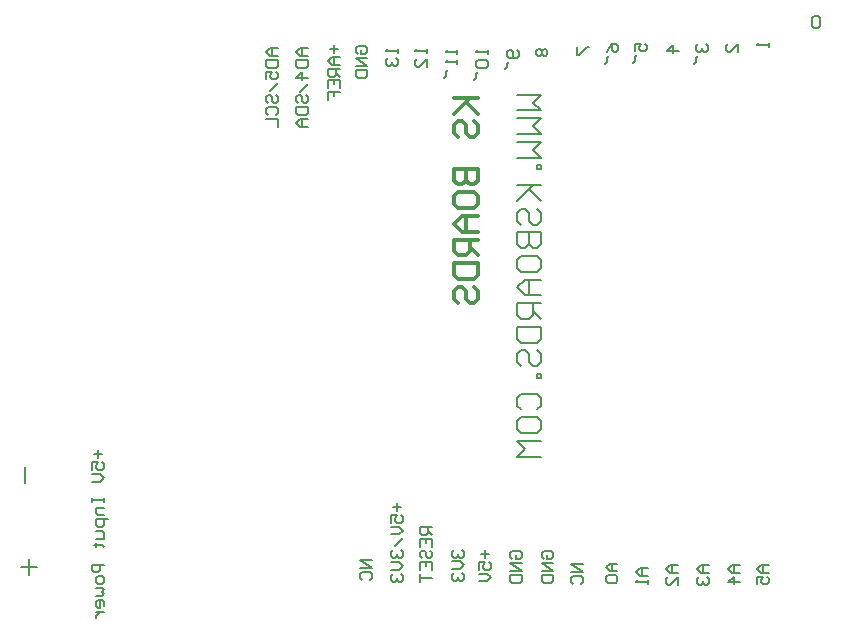
<source format=gbo>
G04*
G04 #@! TF.GenerationSoftware,Altium Limited,Altium Designer,20.2.4 (192)*
G04*
G04 Layer_Color=32896*
%FSLAX44Y44*%
%MOMM*%
G71*
G04*
G04 #@! TF.SameCoordinates,CA4B6327-8C8C-4F40-9CFE-90DE2028BA09*
G04*
G04*
G04 #@! TF.FilePolarity,Positive*
G04*
G01*
G75*
%ADD10C,0.2000*%
%ADD13C,0.3000*%
D10*
X425756Y448000D02*
X445750D01*
X439086Y441335D01*
X445750Y434671D01*
X425756D01*
Y428006D02*
X445750D01*
X439086Y421342D01*
X445750Y414677D01*
X425756D01*
Y408013D02*
X445750D01*
X439086Y401348D01*
X445750Y394684D01*
X425756D01*
X445750Y388019D02*
X442418D01*
Y384687D01*
X445750D01*
Y388019D01*
X425756Y371358D02*
X445750D01*
X439086D01*
X425756Y358029D01*
X435753Y368026D01*
X445750Y358029D01*
X429089Y338035D02*
X425756Y341368D01*
Y348032D01*
X429089Y351364D01*
X432421D01*
X435753Y348032D01*
Y341368D01*
X439086Y338035D01*
X442418D01*
X445750Y341368D01*
Y348032D01*
X442418Y351364D01*
X425756Y331371D02*
X445750D01*
Y321374D01*
X442418Y318042D01*
X439086D01*
X435753Y321374D01*
Y331371D01*
Y321374D01*
X432421Y318042D01*
X429089D01*
X425756Y321374D01*
Y331371D01*
Y301381D02*
Y308045D01*
X429089Y311377D01*
X442418D01*
X445750Y308045D01*
Y301381D01*
X442418Y298048D01*
X429089D01*
X425756Y301381D01*
X445750Y291384D02*
X432421D01*
X425756Y284719D01*
X432421Y278055D01*
X445750D01*
X435753D01*
Y291384D01*
X445750Y271390D02*
X425756D01*
Y261393D01*
X429089Y258061D01*
X435753D01*
X439086Y261393D01*
Y271390D01*
Y264726D02*
X445750Y258061D01*
X425756Y251397D02*
X445750D01*
Y241400D01*
X442418Y238068D01*
X429089D01*
X425756Y241400D01*
Y251397D01*
X429089Y218074D02*
X425756Y221406D01*
Y228071D01*
X429089Y231403D01*
X432421D01*
X435753Y228071D01*
Y221406D01*
X439086Y218074D01*
X442418D01*
X445750Y221406D01*
Y228071D01*
X442418Y231403D01*
X445750Y211409D02*
X442418D01*
Y208077D01*
X445750D01*
Y211409D01*
X429089Y181419D02*
X425756Y184751D01*
Y191416D01*
X429089Y194748D01*
X442418D01*
X445750Y191416D01*
Y184751D01*
X442418Y181419D01*
X425756Y164758D02*
Y171422D01*
X429089Y174755D01*
X442418D01*
X445750Y171422D01*
Y164758D01*
X442418Y161426D01*
X429089D01*
X425756Y164758D01*
X445750Y154761D02*
X425756D01*
X432421Y148097D01*
X425756Y141432D01*
X445750D01*
X349000Y486500D02*
Y483168D01*
Y484834D01*
X339003D01*
X340669Y486500D01*
X349000Y471505D02*
Y478169D01*
X342336Y471505D01*
X340669D01*
X339003Y473171D01*
Y476503D01*
X340669Y478169D01*
X476503Y488500D02*
Y481836D01*
X478169D01*
X484834Y488500D01*
X486500D01*
X562250Y485252D02*
X552253D01*
X557252Y490250D01*
Y483586D01*
X675250Y506419D02*
X676916Y504753D01*
X680248D01*
X681915Y506419D01*
Y513084D01*
X680248Y514750D01*
X676916D01*
X675250Y513084D01*
Y506419D01*
X375000Y485500D02*
Y482168D01*
Y483834D01*
X365003D01*
X366669Y485500D01*
X375000Y477169D02*
Y473837D01*
Y475503D01*
X365003D01*
X366669Y477169D01*
Y468839D02*
X365003Y467173D01*
Y463840D01*
X363337Y462174D01*
X400500Y485750D02*
Y482418D01*
Y484084D01*
X390503D01*
X392169Y485750D01*
Y477419D02*
X390503Y475753D01*
Y472421D01*
X392169Y470755D01*
X398834D01*
X400500Y472421D01*
Y475753D01*
X398834Y477419D01*
X392169D01*
Y467423D02*
X390503Y465756D01*
Y462424D01*
X388837Y460758D01*
X425084Y486000D02*
X426750Y484334D01*
Y481002D01*
X425084Y479336D01*
X418419D01*
X416753Y481002D01*
Y484334D01*
X418419Y486000D01*
X420085D01*
X421752Y484334D01*
Y479336D01*
X418419Y476003D02*
X416753Y474337D01*
Y471005D01*
X415087Y469339D01*
X501253Y484086D02*
X502919Y487418D01*
X506252Y490750D01*
X509584D01*
X511250Y489084D01*
Y485752D01*
X509584Y484086D01*
X507918D01*
X506252Y485752D01*
Y490750D01*
X502919Y480753D02*
X501253Y479087D01*
Y475755D01*
X499587Y474089D01*
X525253Y484585D02*
Y491250D01*
X530252D01*
X528586Y487918D01*
Y486252D01*
X530252Y484585D01*
X533584D01*
X535250Y486252D01*
Y489584D01*
X533584Y491250D01*
X526919Y481253D02*
X525253Y479587D01*
Y476255D01*
X523587Y474589D01*
X578669Y491000D02*
X577003Y489334D01*
Y486002D01*
X578669Y484336D01*
X580336D01*
X582002Y486002D01*
Y487668D01*
Y486002D01*
X583668Y484336D01*
X585334D01*
X587000Y486002D01*
Y489334D01*
X585334Y491000D01*
X578669Y481003D02*
X577003Y479337D01*
Y476005D01*
X575337Y474339D01*
X302750Y54000D02*
X292753D01*
X302750Y47336D01*
X292753D01*
X294419Y37339D02*
X292753Y39005D01*
Y42337D01*
X294419Y44003D01*
X301084D01*
X302750Y42337D01*
Y39005D01*
X301084Y37339D01*
X614250Y50000D02*
X607585D01*
X604253Y46668D01*
X607585Y43335D01*
X614250D01*
X609252D01*
Y50000D01*
X614250Y35005D02*
X604253D01*
X609252Y40003D01*
Y33339D01*
X588000Y49750D02*
X581335D01*
X578003Y46418D01*
X581335Y43085D01*
X588000D01*
X583002D01*
Y49750D01*
X579669Y39753D02*
X578003Y38087D01*
Y34755D01*
X579669Y33089D01*
X581335D01*
X583002Y34755D01*
Y36421D01*
Y34755D01*
X584668Y33089D01*
X586334D01*
X588000Y34755D01*
Y38087D01*
X586334Y39753D01*
X561500Y49750D02*
X554836D01*
X551503Y46418D01*
X554836Y43085D01*
X561500D01*
X556502D01*
Y49750D01*
X561500Y33089D02*
Y39753D01*
X554836Y33089D01*
X553169D01*
X551503Y34755D01*
Y38087D01*
X553169Y39753D01*
X536000Y47250D02*
X529336D01*
X526003Y43918D01*
X529336Y40585D01*
X536000D01*
X531002D01*
Y47250D01*
X536000Y37253D02*
Y33921D01*
Y35587D01*
X526003D01*
X527669Y37253D01*
X510500Y51000D02*
X503835D01*
X500503Y47668D01*
X503835Y44335D01*
X510500D01*
X505502D01*
Y51000D01*
X502169Y41003D02*
X500503Y39337D01*
Y36005D01*
X502169Y34339D01*
X508834D01*
X510500Y36005D01*
Y39337D01*
X508834Y41003D01*
X502169D01*
X638500Y50000D02*
X631836D01*
X628503Y46668D01*
X631836Y43335D01*
X638500D01*
X633502D01*
Y50000D01*
X628503Y33339D02*
Y40003D01*
X633502D01*
X631836Y36671D01*
Y35005D01*
X633502Y33339D01*
X636834D01*
X638500Y35005D01*
Y38337D01*
X636834Y40003D01*
X481250Y50500D02*
X471253D01*
X481250Y43836D01*
X471253D01*
X472919Y33839D02*
X471253Y35505D01*
Y38837D01*
X472919Y40503D01*
X479584D01*
X481250Y38837D01*
Y35505D01*
X479584Y33839D01*
X353500Y82000D02*
X343503D01*
Y77002D01*
X345169Y75335D01*
X348502D01*
X350168Y77002D01*
Y82000D01*
Y78668D02*
X353500Y75335D01*
X343503Y65339D02*
Y72003D01*
X353500D01*
Y65339D01*
X348502Y72003D02*
Y68671D01*
X345169Y55342D02*
X343503Y57008D01*
Y60340D01*
X345169Y62007D01*
X346836D01*
X348502Y60340D01*
Y57008D01*
X350168Y55342D01*
X351834D01*
X353500Y57008D01*
Y60340D01*
X351834Y62007D01*
X343503Y45345D02*
Y52010D01*
X353500D01*
Y45345D01*
X348502Y52010D02*
Y48677D01*
X343503Y42013D02*
Y35348D01*
Y38681D01*
X353500D01*
X324002Y102250D02*
Y95585D01*
X320669Y98918D02*
X327334D01*
X319003Y85589D02*
Y92253D01*
X324002D01*
X322336Y88921D01*
Y87255D01*
X324002Y85589D01*
X327334D01*
X329000Y87255D01*
Y90587D01*
X327334Y92253D01*
X319003Y82256D02*
X325668D01*
X329000Y78924D01*
X325668Y75592D01*
X319003D01*
X329000Y72260D02*
X322336Y65595D01*
X320669Y62263D02*
X319003Y60597D01*
Y57264D01*
X320669Y55598D01*
X322336D01*
X324002Y57264D01*
Y58931D01*
Y57264D01*
X325668Y55598D01*
X327334D01*
X329000Y57264D01*
Y60597D01*
X327334Y62263D01*
X319003Y52266D02*
X325668D01*
X329000Y48934D01*
X325668Y45602D01*
X319003D01*
X320669Y42269D02*
X319003Y40603D01*
Y37271D01*
X320669Y35605D01*
X322336D01*
X324002Y37271D01*
Y38937D01*
Y37271D01*
X325668Y35605D01*
X327334D01*
X329000Y37271D01*
Y40603D01*
X327334Y42269D01*
X371919Y62750D02*
X370253Y61084D01*
Y57752D01*
X371919Y56086D01*
X373586D01*
X375252Y57752D01*
Y59418D01*
Y57752D01*
X376918Y56086D01*
X378584D01*
X380250Y57752D01*
Y61084D01*
X378584Y62750D01*
X370253Y52753D02*
X376918D01*
X380250Y49421D01*
X376918Y46089D01*
X370253D01*
X371919Y42757D02*
X370253Y41090D01*
Y37758D01*
X371919Y36092D01*
X373586D01*
X375252Y37758D01*
Y39424D01*
Y37758D01*
X376918Y36092D01*
X378584D01*
X380250Y37758D01*
Y41090D01*
X378584Y42757D01*
X398502Y62500D02*
Y55835D01*
X395169Y59168D02*
X401834D01*
X393503Y45839D02*
Y52503D01*
X398502D01*
X396836Y49171D01*
Y47505D01*
X398502Y45839D01*
X401834D01*
X403500Y47505D01*
Y50837D01*
X401834Y52503D01*
X393503Y42506D02*
X400168D01*
X403500Y39174D01*
X400168Y35842D01*
X393503D01*
X421419Y54585D02*
X419753Y56252D01*
Y59584D01*
X421419Y61250D01*
X428084D01*
X429750Y59584D01*
Y56252D01*
X428084Y54585D01*
X424752D01*
Y57918D01*
X429750Y51253D02*
X419753D01*
X429750Y44589D01*
X419753D01*
Y41256D02*
X429750D01*
Y36258D01*
X428084Y34592D01*
X421419D01*
X419753Y36258D01*
Y41256D01*
X447919Y54836D02*
X446253Y56502D01*
Y59834D01*
X447919Y61500D01*
X454584D01*
X456250Y59834D01*
Y56502D01*
X454584Y54836D01*
X451252D01*
Y58168D01*
X456250Y51503D02*
X446253D01*
X456250Y44839D01*
X446253D01*
Y41507D02*
X456250D01*
Y36508D01*
X454584Y34842D01*
X447919D01*
X446253Y36508D01*
Y41507D01*
X638500Y491500D02*
Y488168D01*
Y489834D01*
X628503D01*
X630169Y491500D01*
X612500Y484336D02*
Y491000D01*
X605835Y484336D01*
X604169D01*
X602503Y486002D01*
Y489334D01*
X604169Y491000D01*
X442919Y487000D02*
X441253Y485334D01*
Y482002D01*
X442919Y480336D01*
X444585D01*
X446252Y482002D01*
X447918Y480336D01*
X449584D01*
X451250Y482002D01*
Y485334D01*
X449584Y487000D01*
X447918D01*
X446252Y485334D01*
X444585Y487000D01*
X442919D01*
X446252Y485334D02*
Y482002D01*
X324750Y487000D02*
Y483668D01*
Y485334D01*
X314753D01*
X316419Y487000D01*
Y478669D02*
X314753Y477003D01*
Y473671D01*
X316419Y472005D01*
X318085D01*
X319752Y473671D01*
Y475337D01*
Y473671D01*
X321418Y472005D01*
X323084D01*
X324750Y473671D01*
Y477003D01*
X323084Y478669D01*
X290419Y482085D02*
X288753Y483752D01*
Y487084D01*
X290419Y488750D01*
X297084D01*
X298750Y487084D01*
Y483752D01*
X297084Y482085D01*
X293752D01*
Y485418D01*
X298750Y478753D02*
X288753D01*
X298750Y472089D01*
X288753D01*
Y468756D02*
X298750D01*
Y463758D01*
X297084Y462092D01*
X290419D01*
X288753Y463758D01*
Y468756D01*
X270502Y490000D02*
Y483335D01*
X267169Y486668D02*
X273834D01*
X275500Y480003D02*
X268836D01*
X265503Y476671D01*
X268836Y473339D01*
X275500D01*
X270502D01*
Y480003D01*
X275500Y470006D02*
X265503D01*
Y465008D01*
X267169Y463342D01*
X270502D01*
X272168Y465008D01*
Y470006D01*
Y466674D02*
X275500Y463342D01*
X265503Y453345D02*
Y460010D01*
X275500D01*
Y453345D01*
X270502Y460010D02*
Y456677D01*
X265503Y443348D02*
Y450013D01*
X270502D01*
Y446681D01*
Y450013D01*
X275500D01*
X70919Y146750D02*
Y140085D01*
X67587Y143418D02*
X74252D01*
X65921Y130089D02*
Y136753D01*
X70919D01*
X69253Y133421D01*
Y131755D01*
X70919Y130089D01*
X74252D01*
X75918Y131755D01*
Y135087D01*
X74252Y136753D01*
X65921Y126756D02*
X72586D01*
X75918Y123424D01*
X72586Y120092D01*
X65921D01*
Y106763D02*
Y103431D01*
Y105097D01*
X75918D01*
Y106763D01*
Y103431D01*
Y98432D02*
X69253D01*
Y93434D01*
X70919Y91768D01*
X75918D01*
X79250Y88435D02*
X69253D01*
Y83437D01*
X70919Y81771D01*
X74252D01*
X75918Y83437D01*
Y88435D01*
X69253Y78439D02*
X74252D01*
X75918Y76773D01*
Y71774D01*
X69253D01*
X67587Y66776D02*
X69253D01*
Y68442D01*
Y65110D01*
Y66776D01*
X74252D01*
X75918Y65110D01*
Y50114D02*
X65921D01*
Y45116D01*
X67587Y43450D01*
X70919D01*
X72586Y45116D01*
Y50114D01*
X75918Y38452D02*
Y35119D01*
X74252Y33453D01*
X70919D01*
X69253Y35119D01*
Y38452D01*
X70919Y40118D01*
X74252D01*
X75918Y38452D01*
X69253Y30121D02*
X74252D01*
X75918Y28455D01*
X74252Y26789D01*
X75918Y25123D01*
X74252Y23456D01*
X69253D01*
X75918Y15126D02*
Y18458D01*
X74252Y20124D01*
X70919D01*
X69253Y18458D01*
Y15126D01*
X70919Y13460D01*
X72586D01*
Y20124D01*
X69253Y10127D02*
X75918D01*
X72586D01*
X70919Y8461D01*
X69253Y6795D01*
Y5129D01*
X8750Y132500D02*
Y119171D01*
X12335Y54750D02*
Y41421D01*
X5671Y48085D02*
X19000D01*
X248250Y487250D02*
X241586D01*
X238253Y483918D01*
X241586Y480586D01*
X248250D01*
X243252D01*
Y487250D01*
X238253Y477253D02*
X248250D01*
Y472255D01*
X246584Y470589D01*
X239919D01*
X238253Y472255D01*
Y477253D01*
X248250Y462258D02*
X238253D01*
X243252Y467257D01*
Y460592D01*
X248250Y457260D02*
X241586Y450595D01*
X239919Y440598D02*
X238253Y442265D01*
Y445597D01*
X239919Y447263D01*
X241586D01*
X243252Y445597D01*
Y442265D01*
X244918Y440598D01*
X246584D01*
X248250Y442265D01*
Y445597D01*
X246584Y447263D01*
X238253Y437266D02*
X248250D01*
Y432268D01*
X246584Y430602D01*
X239919D01*
X238253Y432268D01*
Y437266D01*
X248250Y427269D02*
X241586D01*
X238253Y423937D01*
X241586Y420605D01*
X248250D01*
X243252D01*
Y427269D01*
X223000Y487500D02*
X216336D01*
X213003Y484168D01*
X216336Y480835D01*
X223000D01*
X218002D01*
Y487500D01*
X213003Y477503D02*
X223000D01*
Y472505D01*
X221334Y470839D01*
X214669D01*
X213003Y472505D01*
Y477503D01*
Y460842D02*
Y467506D01*
X218002D01*
X216336Y464174D01*
Y462508D01*
X218002Y460842D01*
X221334D01*
X223000Y462508D01*
Y465840D01*
X221334Y467506D01*
X223000Y457510D02*
X216336Y450845D01*
X214669Y440848D02*
X213003Y442514D01*
Y445847D01*
X214669Y447513D01*
X216336D01*
X218002Y445847D01*
Y442514D01*
X219668Y440848D01*
X221334D01*
X223000Y442514D01*
Y445847D01*
X221334Y447513D01*
X214669Y430852D02*
X213003Y432518D01*
Y435850D01*
X214669Y437516D01*
X221334D01*
X223000Y435850D01*
Y432518D01*
X221334Y430852D01*
X213003Y427519D02*
X223000D01*
Y420855D01*
D13*
X372006Y445250D02*
X392000D01*
X385336D01*
X372006Y431921D01*
X382003Y441918D01*
X392000Y431921D01*
X375339Y411927D02*
X372006Y415260D01*
Y421924D01*
X375339Y425257D01*
X378671D01*
X382003Y421924D01*
Y415260D01*
X385336Y411927D01*
X388668D01*
X392000Y415260D01*
Y421924D01*
X388668Y425257D01*
X372006Y385269D02*
X392000D01*
Y375273D01*
X388668Y371940D01*
X385336D01*
X382003Y375273D01*
Y385269D01*
Y375273D01*
X378671Y371940D01*
X375339D01*
X372006Y375273D01*
Y385269D01*
Y355279D02*
Y361944D01*
X375339Y365276D01*
X388668D01*
X392000Y361944D01*
Y355279D01*
X388668Y351947D01*
X375339D01*
X372006Y355279D01*
X392000Y345282D02*
X378671D01*
X372006Y338618D01*
X378671Y331953D01*
X392000D01*
X382003D01*
Y345282D01*
X392000Y325289D02*
X372006D01*
Y315292D01*
X375339Y311960D01*
X382003D01*
X385336Y315292D01*
Y325289D01*
Y318624D02*
X392000Y311960D01*
X372006Y305295D02*
X392000D01*
Y295298D01*
X388668Y291966D01*
X375339D01*
X372006Y295298D01*
Y305295D01*
X375339Y271973D02*
X372006Y275305D01*
Y281969D01*
X375339Y285301D01*
X378671D01*
X382003Y281969D01*
Y275305D01*
X385336Y271973D01*
X388668D01*
X392000Y275305D01*
Y281969D01*
X388668Y285301D01*
M02*

</source>
